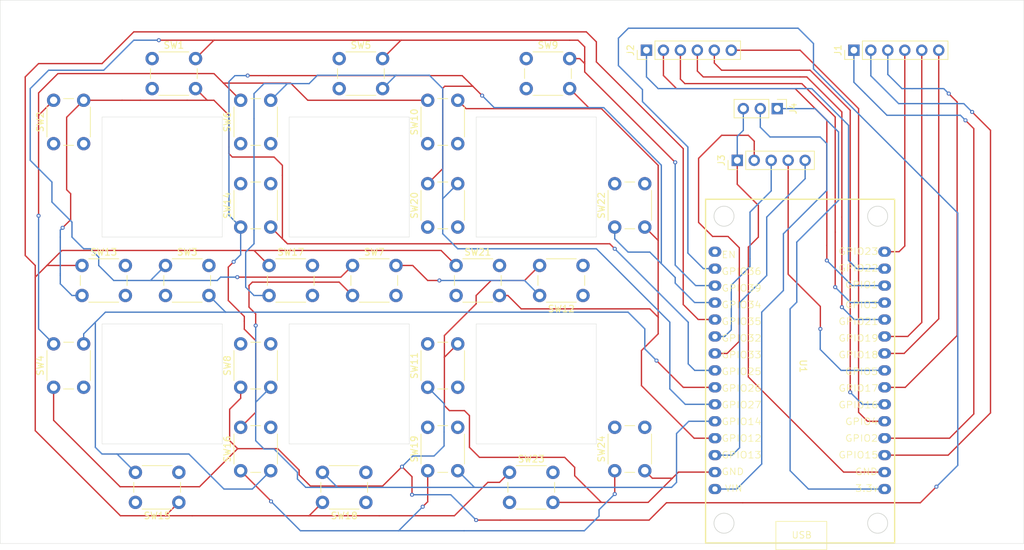
<source format=kicad_pcb>
(kicad_pcb (version 20241229) (generator "pcbnew") (generator_version "9.0")
  (layers (0 "F.Cu" signal) (2 "B.Cu" signal) (13 "F.Paste" user) (15 "B.Paste" user) (5 "F.SilkS" user "F.Silkscreen") (7 "B.SilkS" user "B.Silkscreen") (1 "F.Mask" user) (3 "B.Mask" user) (25 "Edge.Cuts" user))
  (net 0 "")
  (net 1 "Net-(J1-Pin_4)")
  (net 2 "Net-(J1-Pin_1)")
  (net 3 "Net-(J1-Pin_2)")
  (net 4 "Net-(J1-Pin_6)")
  (net 5 "Net-(J1-Pin_3)")
  (net 6 "Net-(J1-Pin_5)")
  (net 7 "Net-(J2-Pin_3)")
  (net 8 "Net-(J2-Pin_2)")
  (net 9 "Net-(J2-Pin_6)")
  (net 10 "Net-(J2-Pin_1)")
  (net 11 "Net-(J2-Pin_5)")
  (net 12 "Net-(J2-Pin_4)")
  (net 13 "Net-(J3-Pin_3)")
  (net 14 "Net-(J3-Pin_4)")
  (net 15 "GND")
  (net 16 "Net-(J3-Pin_5)")
  (net 17 "Net-(J3-Pin_2)")
  (net 18 "+3V3")
  (net 19 "+5V")
  (net 20 "Net-(U1-GPIO39)")
  (net 21 "Net-(U1-GPIO25)")
  (net 22 "Net-(U1-GPIO36)")
  (net 23 "Net-(U1-GPIO26)")
  (net 24 "Net-(U1-GPIO27)")
  (net 25 "Net-(U1-GPIO14)")
  (net 26 "Net-(U1-GPIO12)")
  (net 27 "Net-(U1-GPIO34)")
  (net 28 "Net-(U1-GPIO35)")
  (footprint "Button_Switch_THT:SW_PUSH_6mm" (layer "F.Cu") (at 108.75 74 90)
    (property "Reference" "SW10")
    (property "Value" "SW_Push")
  )
  (footprint "Button_Switch_THT:SW_PUSH_6mm" (layer "F.Cu") (at 57 92.25)
    (property "Reference" "SW13")
    (property "Value" "SW_Push")
  )
  (footprint "Button_Switch_THT:SW_PUSH_6mm" (layer "F.Cu") (at 108.75 86.5 90)
    (property "Reference" "SW20")
    (property "Value" "SW_Push")
  )
  (footprint "Button_Switch_THT:SW_PUSH_6mm" (layer "F.Cu") (at 69.5 92.25)
    (property "Reference" "SW3")
    (property "Value" "SW_Push")
  )
  (footprint "Connector_PinHeader_2.54mm:PinHeader_1x03_P2.54mm_Vertical" (layer "F.Cu") (at 161.08 68.75 -90)
    (property "Reference" "J4")
    (property "Value" "Conn_01x03")
  )
  (footprint "Button_Switch_THT:SW_PUSH_6mm" (layer "F.Cu") (at 136.75 86.5 90)
    (property "Reference" "SW22")
    (property "Value" "SW_Push")
  )
  (footprint "Button_Switch_THT:SW_PUSH_6mm" (layer "F.Cu") (at 121 123.25)
    (property "Reference" "SW23")
    (property "Value" "SW_Push")
  )
  (footprint "Button_Switch_THT:SW_PUSH_6mm" (layer "F.Cu") (at 80.75 123 90)
    (property "Reference" "SW16")
    (property "Value" "SW_Push")
  )
  (footprint "Connector_PinHeader_2.54mm:PinHeader_1x06_P2.54mm_Vertical" (layer "F.Cu") (at 172.55 60 90)
    (property "Reference" "J1")
    (property "Value" "Conn_01x06")
  )
  (footprint "Button_Switch_THT:SW_PUSH_6mm" (layer "F.Cu") (at 132 96.75 180)
    (property "Reference" "SW12")
    (property "Value" "SW_Push")
  )
  (footprint "ESP32_DevkitV1:ESP32_30pin" (layer "F.Cu") (at 163.67754 108.730187)
    (property "Reference" "U1")
    (property "Value" "~")
    (fp_circle (center -10.57 -23.86) (end -10.57 -22.36) (stroke (width 0.1)) (fill no) (layer "Edge.Cuts"))
    (fp_circle (center -10.57 22.14) (end -10.57 23.64) (stroke (width 0.1)) (fill no) (layer "Edge.Cuts"))
    (fp_circle (center 12.43 -23.86) (end 12.43 -22.36) (stroke (width 0.1)) (fill no) (layer "Edge.Cuts"))
    (fp_circle (center 12.43 22.14) (end 12.43 23.64) (stroke (width 0.1)) (fill no) (layer "Edge.Cuts"))
  )
  (footprint "Button_Switch_THT:SW_PUSH_6mm" (layer "F.Cu") (at 113 92.25)
    (property "Reference" "SW21")
    (property "Value" "SW_Push")
  )
  (footprint "Button_Switch_THT:SW_PUSH_6mm" (layer "F.Cu") (at 108.75 123 90)
    (property "Reference" "SW19")
    (property "Value" "SW_Push")
  )
  (footprint "Button_Switch_THT:SW_PUSH_6mm" (layer "F.Cu") (at 99.5 127.75 180)
    (property "Reference" "SW18")
    (property "Value" "SW_Push")
  )
  (footprint "Button_Switch_THT:SW_PUSH_6mm" (layer "F.Cu") (at 67.5 61.25)
    (property "Reference" "SW1")
    (property "Value" "SW_Push")
  )
  (footprint "Button_Switch_THT:SW_PUSH_6mm" (layer "F.Cu") (at 136.75 123 90)
    (property "Reference" "SW24")
    (property "Value" "SW_Push")
  )
  (footprint "Button_Switch_THT:SW_PUSH_6mm" (layer "F.Cu") (at 97.5 92.25)
    (property "Reference" "SW7")
    (property "Value" "SW_Push")
  )
  (footprint "Connector_PinHeader_2.54mm:PinHeader_1x05_P2.54mm_Vertical" (layer "F.Cu") (at 155.09 76.5 90)
    (property "Reference" "J3")
    (property "Value" "Conn_01x05")
  )
  (footprint "Connector_PinHeader_2.54mm:PinHeader_1x06_P2.54mm_Vertical" (layer "F.Cu") (at 141.5 60 90)
    (property "Reference" "J2")
    (property "Value" "Conn_01x06")
  )
  (footprint "Button_Switch_THT:SW_PUSH_6mm" (layer "F.Cu") (at 80.75 74 90)
    (property "Reference" "SW6")
    (property "Value" "SW_Push")
  )
  (footprint "Button_Switch_THT:SW_PUSH_6mm" (layer "F.Cu") (at 85 92.25)
    (property "Reference" "SW17")
    (property "Value" "SW_Push")
  )
  (footprint "Button_Switch_THT:SW_PUSH_6mm" (layer "F.Cu") (at 123.5 61.25)
    (property "Reference" "SW9")
    (property "Value" "SW_Push")
  )
  (footprint "Button_Switch_THT:SW_PUSH_6mm" (layer "F.Cu") (at 52.75 110.5 90)
    (property "Reference" "SW4")
    (property "Value" "SW_Push")
  )
  (footprint "Button_Switch_THT:SW_PUSH_6mm" (layer "F.Cu") (at 80.75 110.5 90)
    (property "Reference" "SW8")
    (property "Value" "SW_Push")
  )
  (footprint "Button_Switch_THT:SW_PUSH_6mm" (layer "F.Cu") (at 52.75 74 90)
    (property "Reference" "SW2")
    (property "Value" "SW_Push")
  )
  (footprint "Button_Switch_THT:SW_PUSH_6mm" (layer "F.Cu") (at 108.75 110.5 90)
    (property "Reference" "SW11")
    (property "Value" "SW_Push")
  )
  (footprint "Button_Switch_THT:SW_PUSH_6mm" (layer "F.Cu") (at 95.5 61.25)
    (property "Reference" "SW5")
    (property "Value" "SW_Push")
  )
  (footprint "Button_Switch_THT:SW_PUSH_6mm" (layer "F.Cu") (at 80.75 86.5 90)
    (property "Reference" "SW14")
    (property "Value" "SW_Push")
  )
  (footprint "Button_Switch_THT:SW_PUSH_6mm" (layer "F.Cu") (at 71.5 127.75 180)
    (property "Reference" "SW15")
    (property "Value" "SW_Push")
  )
  (gr_rect (start 60 101) (end 78 119) (stroke (width 0.05)) (fill no) (layer "Edge.Cuts"))
  (gr_rect (start 88 70) (end 106 88) (stroke (width 0.05)) (fill no) (layer "Edge.Cuts"))
  (gr_rect (start 60 70) (end 78 88) (stroke (width 0.05)) (fill no) (layer "Edge.Cuts"))
  (gr_rect (start 116 101) (end 134 119) (stroke (width 0.05)) (fill no) (layer "Edge.Cuts"))
  (gr_rect (start 116 70) (end 134 88) (stroke (width 0.05)) (fill no) (layer "Edge.Cuts"))
  (gr_rect (start 44.75 52.5) (end 198 133.91) (stroke (width 0.05)) (fill no) (layer "Edge.Cuts"))
  (gr_rect (start 88 101) (end 106 119) (stroke (width 0.05)) (fill no) (layer "Edge.Cuts"))
  (gr_text "GPIO36" (at 152.67754 93.730187 0) (layer "F.SilkS") (effects (font (size 1 1.1) (thickness 0.1)) (justify left bottom)))
  (segment (start 180.17 60) (end 180.17 89.33) (width 0.2) (layer "F.Cu") (net 1))
  (segment (start 179.31 90.19) (end 177.15 90.19) (width 0.2) (layer "F.Cu") (net 1))
  (segment (start 180.17 89.33) (end 179.31 90.19) (width 0.2) (layer "F.Cu") (net 1))
  (segment (start 186.87 118.13) (end 177.15 118.13) (width 0.2) (layer "F.Cu") (net 2))
  (segment (start 190.5 71.75) (end 190.5 114.5) (width 0.2) (layer "F.Cu") (net 2))
  (segment (start 190.5 114.5) (end 186.87 118.13) (width 0.2) (layer "F.Cu") (net 2))
  (segment (start 189.25 70.5) (end 190.5 71.75) (width 0.2) (layer "F.Cu") (net 2))
  (via (at 189.25 70.5) (size 0.6) (drill 0.3) (layers "F.Cu" "B.Cu") (net 2))
  (segment (start 177.5 69.75) (end 183.5 69.75) (width 0.2) (layer "B.Cu") (net 2))
  (segment (start 172.55 64.8) (end 174.25 66.5) (width 0.2) (layer "B.Cu") (net 2))
  (segment (start 174.25 66.5) (end 177.5 69.75) (width 0.2) (layer "B.Cu") (net 2))
  (segment (start 183.5 69.75) (end 188.5 69.75) (width 0.2) (layer "B.Cu") (net 2))
  (segment (start 188.5 69.75) (end 189.25 70.5) (width 0.2) (layer "B.Cu") (net 2))
  (segment (start 172.55 60) (end 172.55 64.8) (width 0.2) (layer "B.Cu") (net 2))
  (segment (start 186.67 120.67) (end 193 114.34) (width 0.2) (layer "F.Cu") (net 3))
  (segment (start 190.25 69.25) (end 193 72) (width 0.2) (layer "F.Cu") (net 3))
  (segment (start 186.67 120.67) (end 177.15 120.67) (width 0.2) (layer "F.Cu") (net 3))
  (segment (start 193 72) (end 193 114.34) (width 0.2) (layer "F.Cu") (net 3))
  (via (at 190.25 69.25) (size 0.6) (drill 0.3) (layers "F.Cu" "B.Cu") (net 3))
  (segment (start 184.25 68) (end 189 68) (width 0.2) (layer "B.Cu") (net 3))
  (segment (start 175.09 63.84) (end 175.75 64.5) (width 0.2) (layer "B.Cu") (net 3))
  (segment (start 179.25 68) (end 184.25 68) (width 0.2) (layer "B.Cu") (net 3))
  (segment (start 175.75 64.5) (end 179.25 68) (width 0.2) (layer "B.Cu") (net 3))
  (segment (start 189 68) (end 190.25 69.25) (width 0.2) (layer "B.Cu") (net 3))
  (segment (start 175.09 60) (end 175.09 63.84) (width 0.2) (layer "B.Cu") (net 3))
  (segment (start 185.25 100.25) (end 180.07 105.43) (width 0.2) (layer "F.Cu") (net 4))
  (segment (start 180.07 105.43) (end 177.15 105.43) (width 0.2) (layer "F.Cu") (net 4))
  (segment (start 185.25 60) (end 185.25 100.25) (width 0.2) (layer "F.Cu") (net 4))
  (segment (start 186.75 66.5) (end 188 67.75) (width 0.2) (layer "F.Cu") (net 5))
  (segment (start 188 67.75) (end 188 102.75) (width 0.2) (layer "F.Cu") (net 5))
  (segment (start 180.24 110.51) (end 177.15 110.51) (width 0.2) (layer "F.Cu") (net 5))
  (segment (start 188 102.75) (end 180.24 110.51) (width 0.2) (layer "F.Cu") (net 5))
  (via (at 186.75 66.5) (size 0.6) (drill 0.3) (layers "F.Cu" "B.Cu") (net 5))
  (segment (start 183 65.75) (end 186 65.75) (width 0.2) (layer "B.Cu") (net 5))
  (segment (start 177.63 60) (end 177.63 63.63) (width 0.2) (layer "B.Cu") (net 5))
  (segment (start 177.75 63.75) (end 179.75 65.75) (width 0.2) (layer "B.Cu") (net 5))
  (segment (start 179.75 65.75) (end 181.25 65.75) (width 0.2) (layer "B.Cu") (net 5))
  (segment (start 177.63 63.63) (end 177.75 63.75) (width 0.2) (layer "B.Cu") (net 5))
  (segment (start 181.25 65.75) (end 183 65.75) (width 0.2) (layer "B.Cu") (net 5))
  (segment (start 186 65.75) (end 186.75 66.5) (width 0.2) (layer "B.Cu") (net 5))
  (segment (start 182.71 60) (end 182.71 100.79) (width 0.2) (layer "F.Cu") (net 6))
  (segment (start 180.61 102.89) (end 182.71 100.79) (width 0.2) (layer "F.Cu") (net 6))
  (segment (start 177.15 102.89) (end 180.61 102.89) (width 0.2) (layer "F.Cu") (net 6))
  (segment (start 147.25 65) (end 163.25 65) (width 0.2) (layer "F.Cu") (net 7))
  (segment (start 169.75 70) (end 169.75 87.25) (width 0.2) (layer "F.Cu") (net 7))
  (segment (start 169.75 87.25) (end 169.75 95.5) (width 0.2) (layer "F.Cu") (net 7))
  (segment (start 146.58 60) (end 146.58 64.33) (width 0.2) (layer "F.Cu") (net 7))
  (segment (start 164.75 65) (end 169.75 70) (width 0.2) (layer "F.Cu") (net 7))
  (segment (start 146.58 64.33) (end 147.25 65) (width 0.2) (layer "F.Cu") (net 7))
  (segment (start 163.25 65) (end 164.75 65) (width 0.2) (layer "F.Cu") (net 7))
  (via (at 169.75 95.5) (size 0.6) (drill 0.3) (layers "F.Cu" "B.Cu") (net 7))
  (segment (start 172.06 97.81) (end 177.15 97.81) (width 0.2) (layer "B.Cu") (net 7))
  (segment (start 169.75 95.5) (end 172.06 97.81) (width 0.2) (layer "B.Cu") (net 7))
  (segment (start 144.04 63.79) (end 144.25 64) (width 0.2) (layer "F.Cu") (net 8))
  (segment (start 163.75 65.75) (end 168.5 70.5) (width 0.2) (layer "F.Cu") (net 8))
  (segment (start 144.25 64) (end 146 65.75) (width 0.2) (layer "F.Cu") (net 8))
  (segment (start 144.04 60) (end 144.04 63.79) (width 0.2) (layer "F.Cu") (net 8))
  (segment (start 168.5 70.5) (end 168.5 74.25) (width 0.2) (layer "F.Cu") (net 8))
  (segment (start 168.5 74.25) (end 168.5 89.25) (width 0.2) (layer "F.Cu") (net 8))
  (segment (start 146 65.75) (end 163.75 65.75) (width 0.2) (layer "F.Cu") (net 8))
  (segment (start 168.5 89.25) (end 168.5 91.5) (width 0.2) (layer "F.Cu") (net 8))
  (via (at 168.5 91.5) (size 0.6) (drill 0.3) (layers "F.Cu" "B.Cu") (net 8))
  (segment (start 168.5 91.5) (end 172.27 95.27) (width 0.2) (layer "B.Cu") (net 8))
  (segment (start 172.27 95.27) (end 177.15 95.27) (width 0.2) (layer "B.Cu") (net 8))
  (segment (start 164.5 60) (end 173.25 68.75) (width 0.2) (layer "F.Cu") (net 9))
  (segment (start 154.2 60) (end 164.5 60) (width 0.2) (layer "F.Cu") (net 9))
  (segment (start 173.25 114.25) (end 174.59 115.59) (width 0.2) (layer "F.Cu") (net 9))
  (segment (start 173.25 68.75) (end 173.25 114.25) (width 0.2) (layer "F.Cu") (net 9))
  (segment (start 174.59 115.59) (end 177.15 115.59) (width 0.2) (layer "F.Cu") (net 9))
  (segment (start 177.15 92.73) (end 172.98 92.73) (width 0.2) (layer "B.Cu") (net 10))
  (segment (start 141.5 64) (end 141.5 60) (width 0.2) (layer "B.Cu") (net 10))
  (segment (start 172.98 92.73) (end 171.75 91.5) (width 0.2) (layer "B.Cu") (net 10))
  (segment (start 143.25 65.75) (end 141.5 64) (width 0.2) (layer "B.Cu") (net 10))
  (segment (start 171.75 71.25) (end 166.25 65.75) (width 0.2) (layer "B.Cu") (net 10))
  (segment (start 166.25 65.75) (end 143.25 65.75) (width 0.2) (layer "B.Cu") (net 10))
  (segment (start 171.75 91.5) (end 171.75 71.25) (width 0.2) (layer "B.Cu") (net 10))
  (segment (start 172 69) (end 172 111.25) (width 0.2) (layer "F.Cu") (net 11))
  (segment (start 152.75 63) (end 166 63) (width 0.2) (layer "F.Cu") (net 11))
  (segment (start 151.66 60) (end 151.66 61.91) (width 0.2) (layer "F.Cu") (net 11))
  (segment (start 151.66 61.91) (end 152.75 63) (width 0.2) (layer "F.Cu") (net 11))
  (segment (start 166 63) (end 172 69) (width 0.2) (layer "F.Cu") (net 11))
  (via (at 172 111.25) (size 0.6) (drill 0.3) (layers "F.Cu" "B.Cu") (net 11))
  (segment (start 173.8 113.05) (end 177.15 113.05) (width 0.2) (layer "B.Cu") (net 11))
  (segment (start 172 111.25) (end 173.8 113.05) (width 0.2) (layer "B.Cu") (net 11))
  (segment (start 149.12 60) (end 149.12 63.12) (width 0.2) (layer "F.Cu") (net 12))
  (segment (start 170.75 85) (end 170.75 98.5) (width 0.2) (layer "F.Cu") (net 12))
  (segment (start 150 64) (end 164.5 64) (width 0.2) (layer "F.Cu") (net 12))
  (segment (start 170.75 69.25) (end 170.75 85) (width 0.2) (layer "F.Cu") (net 12))
  (segment (start 165.5 64) (end 170.75 69.25) (width 0.2) (layer "F.Cu") (net 12))
  (segment (start 149.75 63.75) (end 150 64) (width 0.2) (layer "F.Cu") (net 12))
  (segment (start 164.5 64) (end 165.5 64) (width 0.2) (layer "F.Cu") (net 12))
  (segment (start 149.12 63.12) (end 149.75 63.75) (width 0.2) (layer "F.Cu") (net 12))
  (via (at 170.75 98.5) (size 0.6) (drill 0.3) (layers "F.Cu" "B.Cu") (net 12))
  (segment (start 177.15 100.35) (end 172.6 100.35) (width 0.2) (layer "B.Cu") (net 12))
  (segment (start 172.6 100.35) (end 170.75 98.5) (width 0.2) (layer "B.Cu") (net 12))
  (segment (start 160.17 76.5) (end 160.17 81.08) (width 0.2) (layer "B.Cu") (net 13))
  (segment (start 153.21 102.89) (end 154.2 101.9) (width 0.2) (layer "B.Cu") (net 13))
  (segment (start 154.2 101.9) (end 154.2 95.2) (width 0.2) (layer "B.Cu") (net 13))
  (segment (start 154.2 95.2) (end 157 92.4) (width 0.2) (layer "B.Cu") (net 13))
  (segment (start 157 84.25) (end 157 91.25) (width 0.2) (layer "B.Cu") (net 13))
  (segment (start 160.17 81.08) (end 157 84.25) (width 0.2) (layer "B.Cu") (net 13))
  (segment (start 157 92.4) (end 157 91.25) (width 0.2) (layer "B.Cu") (net 13))
  (segment (start 151.75 102.89) (end 153.21 102.89) (width 0.2) (layer "B.Cu") (net 13))
  (segment (start 167.53 98.39) (end 162.71 93.57) (width 0.2) (layer "F.Cu") (net 14))
  (segment (start 167.53 101.76) (end 167.53 98.39) (width 0.2) (layer "F.Cu") (net 14))
  (segment (start 162.71 93.57) (end 162.71 76.5) (width 0.2) (layer "F.Cu") (net 14))
  (via (at 167.53 101.76) (size 0.6) (drill 0.3) (layers "F.Cu" "B.Cu") (net 14))
  (segment (start 167.51 101.78) (end 167.53 101.76) (width 0.2) (layer "B.Cu") (net 14))
  (segment (start 167.51 104.67) (end 167.51 101.78) (width 0.2) (layer "B.Cu") (net 14))
  (segment (start 169.22 106.55) (end 167.51 104.84) (width 0.2) (layer "B.Cu") (net 14))
  (segment (start 177.15 107.97) (end 170.64 107.97) (width 0.2) (layer "B.Cu") (net 14))
  (segment (start 167.51 104.84) (end 167.51 104.67) (width 0.2) (layer "B.Cu") (net 14))
  (segment (start 170.64 107.97) (end 169.22 106.55) (width 0.2) (layer "B.Cu") (net 14))
  (segment (start 156.75 108.95) (end 171.01 123.21) (width 0.2) (layer "F.Cu") (net 15))
  (segment (start 111.25 102.75) (end 111.25 106) (width 0.2) (layer "F.Cu") (net 15))
  (segment (start 145.375 124.125) (end 146.29 123.21) (width 0.2) (layer "F.Cu") (net 15))
  (segment (start 113.25 104) (end 111.25 106) (width 0.2) (layer "F.Cu") (net 15))
  (segment (start 111.25 113.25) (end 112 114) (width 0.2) (layer "F.Cu") (net 15))
  (segment (start 145.375 124.125) (end 142.375 124.125) (width 0.2) (layer "F.Cu") (net 15))
  (segment (start 129.25 121) (end 130.75 122.5) (width 0.2) (layer "F.Cu") (net 15))
  (segment (start 114.25 114) (end 115 114.75) (width 0.2) (layer "F.Cu") (net 15))
  (segment (start 134.75 127.75) (end 127.5 127.75) (width 0.2) (layer "F.Cu") (net 15))
  (segment (start 116 98) (end 111.25 102.75) (width 0.2) (layer "F.Cu") (net 15))
  (segment (start 111.25 106) (end 111.25 113.25) (width 0.2) (layer "F.Cu") (net 15))
  (segment (start 134.75 127.75) (end 141.75 127.75) (width 0.2) (layer "F.Cu") (net 15))
  (segment (start 155.09 76.5) (end 155.09 80.09) (width 0.2) (layer "F.Cu") (net 15))
  (segment (start 115 119.5) (end 116.5 121) (width 0.2) (layer "F.Cu") (net 15))
  (segment (start 171.01 123.21) (end 177.15 123.21) (width 0.2) (layer "F.Cu") (net 15))
  (segment (start 146.29 123.21) (end 151.75 123.21) (width 0.2) (layer "F.Cu") (net 15))
  (segment (start 155.09 80.09) (end 158.25 83.25) (width 0.2) (layer "F.Cu") (net 15))
  (segment (start 156.75 89.5) (end 156.75 108.95) (width 0.2) (layer "F.Cu") (net 15))
  (segment (start 130.75 123.75) (end 134.75 127.75) (width 0.2) (layer "F.Cu") (net 15))
  (segment (start 116.5 121) (end 129.25 121) (width 0.2) (layer "F.Cu") (net 15))
  (segment (start 130.75 122.5) (end 130.75 123.75) (width 0.2) (layer "F.Cu") (net 15))
  (segment (start 123.25 94.5) (end 118.25 94.5) (width 0.2) (layer "F.Cu") (net 15))
  (segment (start 158.25 88) (end 156.75 89.5) (width 0.2) (layer "F.Cu") (net 15))
  (segment (start 158.25 83.25) (end 158.25 88) (width 0.2) (layer "F.Cu") (net 15))
  (segment (start 118.25 94.5) (end 116 96.75) (width 0.2) (layer "F.Cu") (net 15))
  (segment (start 142.375 124.125) (end 141.25 123) (width 0.2) (layer "F.Cu") (net 15))
  (segment (start 125.5 92.25) (end 123.25 94.5) (width 0.2) (layer "F.Cu") (net 15))
  (segment (start 112 114) (end 114.25 114) (width 0.2) (layer "F.Cu") (net 15))
  (segment (start 115 114.75) (end 115 119.5) (width 0.2) (layer "F.Cu") (net 15))
  (segment (start 116 96.75) (end 116 98) (width 0.2) (layer "F.Cu") (net 15))
  (segment (start 141.75 127.75) (end 145.375 124.125) (width 0.2) (layer "F.Cu") (net 15))
  (segment (start 155.09 76.5) (end 155.09 72.91) (width 0.2) (layer "B.Cu") (net 15))
  (segment (start 156 72) (end 156 68.75) (width 0.2) (layer "B.Cu") (net 15))
  (segment (start 155.09 72.91) (end 156 72) (width 0.2) (layer "B.Cu") (net 15))
  (segment (start 159.5 85) (end 159.5 93.75) (width 0.2) (layer "B.Cu") (net 16))
  (segment (start 155.44 119.56) (end 154.33 120.67) (width 0.2) (layer "B.Cu") (net 16))
  (segment (start 155.44 97.81) (end 155.44 119.56) (width 0.2) (layer "B.Cu") (net 16))
  (segment (start 165.25 76.5) (end 165.25 79.25) (width 0.2) (layer "B.Cu") (net 16))
  (segment (start 159.5 93.75) (end 155.44 97.81) (width 0.2) (layer "B.Cu") (net 16))
  (segment (start 154.33 120.67) (end 151.75 120.67) (width 0.2) (layer "B.Cu") (net 16))
  (segment (start 165.25 79.25) (end 159.5 85) (width 0.2) (layer "B.Cu") (net 16))
  (segment (start 149.3 85.8) (end 151.4 87.9) (width 0.2) (layer "F.Cu") (net 17))
  (segment (start 157.63 73.63) (end 156.75 72.75) (width 0.2) (layer "F.Cu") (net 17))
  (segment (start 152.75 72.75) (end 149.3 76.2) (width 0.2) (layer "F.Cu") (net 17))
  (segment (start 155.4 103.6) (end 153.57 105.43) (width 0.2) (layer "F.Cu") (net 17))
  (segment (start 149.3 76.2) (end 149.3 85.8) (width 0.2) (layer "F.Cu") (net 17))
  (segment (start 153.7 87.9) (end 155.4 89.6) (width 0.2) (layer "F.Cu") (net 17))
  (segment (start 157.63 76.5) (end 157.63 73.63) (width 0.2) (layer "F.Cu") (net 17))
  (segment (start 153.57 105.43) (end 151.75 105.43) (width 0.2) (layer "F.Cu") (net 17))
  (segment (start 151.4 87.9) (end 153.7 87.9) (width 0.2) (layer "F.Cu") (net 17))
  (segment (start 155.4 89.6) (end 155.4 103.6) (width 0.2) (layer "F.Cu") (net 17))
  (segment (start 156.75 72.75) (end 152.75 72.75) (width 0.2) (layer "F.Cu") (net 17))
  (segment (start 166.75 68.75) (end 161.08 68.75) (width 0.2) (layer "B.Cu") (net 18))
  (segment (start 170.25 72.25) (end 166.75 68.75) (width 0.2) (layer "B.Cu") (net 18))
  (segment (start 163 123) (end 163 98.75) (width 0.2) (layer "B.Cu") (net 18))
  (segment (start 170.25 82.5) (end 170.25 72.25) (width 0.2) (layer "B.Cu") (net 18))
  (segment (start 164 88.75) (end 170.25 82.5) (width 0.2) (layer "B.Cu") (net 18))
  (segment (start 163 98.75) (end 164 97.75) (width 0.2) (layer "B.Cu") (net 18))
  (segment (start 165.75 125.75) (end 163 123) (width 0.2) (layer "B.Cu") (net 18))
  (segment (start 177.15 125.75) (end 165.75 125.75) (width 0.2) (layer "B.Cu") (net 18))
  (segment (start 164 97.75) (end 164 88.75) (width 0.2) (layer "B.Cu") (net 18))
  (segment (start 168.5 74) (end 167.5 73) (width 0.2) (layer "B.Cu") (net 19))
  (segment (start 167.5 73) (end 160 73) (width 0.2) (layer "B.Cu") (net 19))
  (segment (start 160 73) (end 158.54 71.54) (width 0.2) (layer "B.Cu") (net 19))
  (segment (start 158.75 99.25) (end 162 96) (width 0.2) (layer "B.Cu") (net 19))
  (segment (start 162 96) (end 162 87.5) (width 0.2) (layer "B.Cu") (net 19))
  (segment (start 158.54 71.54) (end 158.54 68.75) (width 0.2) (layer "B.Cu") (net 19))
  (segment (start 162 87.5) (end 168.5 81) (width 0.2) (layer "B.Cu") (net 19))
  (segment (start 155 125.75) (end 151.75 125.75) (width 0.2) (layer "B.Cu") (net 19))
  (segment (start 155 125.75) (end 158.75 122) (width 0.2) (layer "B.Cu") (net 19))
  (segment (start 158.75 122) (end 158.75 99.25) (width 0.2) (layer "B.Cu") (net 19))
  (segment (start 168.5 81) (end 168.5 74) (width 0.2) (layer "B.Cu") (net 19))
  (segment (start 74 61.25) (end 76.75 58.5) (width 0.2) (layer "F.Cu") (net 20))
  (segment (start 131.5 61.25) (end 132.25 62) (width 0.2) (layer "F.Cu") (net 20))
  (segment (start 108.75 94.5) (end 106.5 92.25) (width 0.2) (layer "F.Cu") (net 20))
  (segment (start 97.5 92.25) (end 95.75 94) (width 0.2) (layer "F.Cu") (net 20))
  (segment (start 104.75 58.5) (end 130 58.5) (width 0.2) (layer "F.Cu") (net 20))
  (segment (start 132.25 59.5) (end 132.25 61.75) (width 0.2) (layer "F.Cu") (net 20))
  (segment (start 102 61.25) (end 104.75 58.5) (width 0.2) (layer "F.Cu") (net 20))
  (segment (start 132.25 61.75) (end 132.25 62) (width 0.2) (layer "F.Cu") (net 20))
  (segment (start 130 61.25) (end 131.5 61.25) (width 0.2) (layer "F.Cu") (net 20))
  (segment (start 132.25 63.25) (end 145.75 76.75) (width 0.2) (layer "F.Cu") (net 20))
  (segment (start 130 58.5) (end 131.25 58.5) (width 0.2) (layer "F.Cu") (net 20))
  (segment (start 76.75 58.5) (end 104.75 58.5) (width 0.2) (layer "F.Cu") (net 20))
  (segment (start 95.75 94) (end 80.25 94) (width 0.2) (layer "F.Cu") (net 20))
  (segment (start 76.75 58.5) (end 68.5 58.5) (width 0.2) (layer "F.Cu") (net 20))
  (segment (start 132.25 62) (end 132.25 63.25) (width 0.2) (layer "F.Cu") (net 20))
  (segment (start 145.75 76.75) (end 145.8 76.8) (width 0.2) (layer "F.Cu") (net 20))
  (segment (start 106.5 92.25) (end 104 92.25) (width 0.2) (layer "F.Cu") (net 20))
  (segment (start 131.25 58.5) (end 132.25 59.5) (width 0.2) (layer "F.Cu") (net 20))
  (segment (start 110.5 94.5) (end 108.75 94.5) (width 0.2) (layer "F.Cu") (net 20))
  (via (at 110.5 94.5) (size 0.6) (drill 0.3) (layers "F.Cu" "B.Cu") (net 20))
  (via (at 145.8 76.8) (size 0.6) (drill 0.3) (layers "F.Cu" "B.Cu") (net 20))
  (via (at 80.25 94) (size 0.6) (drill 0.3) (layers "F.Cu" "B.Cu") (net 20))
  (via (at 68.5 58.5) (size 0.6) (drill 0.3) (layers "F.Cu" "B.Cu") (net 20))
  (segment (start 145.8 76.8) (end 145.8 92.2) (width 0.2) (layer "B.Cu") (net 20))
  (segment (start 55.5 85.75) (end 55.5 88) (width 0.2) (layer "B.Cu") (net 20))
  (segment (start 49.25 65.75) (end 49.25 76.5) (width 0.2) (layer "B.Cu") (net 20))
  (segment (start 123.5 94.75) (end 123.25 94.5) (width 0.2) (layer "B.Cu") (net 20))
  (segment (start 61.75 94.5) (end 67.25 94.5) (width 0.2) (layer "B.Cu") (net 20))
  (segment (start 145.8 92.2) (end 148.87 95.27) (width 0.2) (layer "B.Cu") (net 20))
  (segment (start 64.75 58.5) (end 60.25 63) (width 0.2) (layer "B.Cu") (net 20))
  (segment (start 58.25 89.75) (end 59.5 91) (width 0.2) (layer "B.Cu") (net 20))
  (segment (start 59.5 92.25) (end 61.75 94.5) (width 0.2) (layer "B.Cu") (net 20))
  (segment (start 59.5 91) (end 59.5 92.25) (width 0.2) (layer "B.Cu") (net 20))
  (segment (start 64.75 58.5) (end 68.5 58.5) (width 0.2) (layer "B.Cu") (net 20))
  (segment (start 52.5 79.75) (end 52.5 82.75) (width 0.2) (layer "B.Cu") (net 20))
  (segment (start 67.25 94.5) (end 77.25 94.5) (width 0.2) (layer "B.Cu") (net 20))
  (segment (start 57.25 89.75) (end 58.25 89.75) (width 0.2) (layer "B.Cu") (net 20))
  (segment (start 52 63) (end 49.25 65.75) (width 0.2) (layer "B.Cu") (net 20))
  (segment (start 67.25 94.5) (end 69.5 92.25) (width 0.2) (layer "B.Cu") (net 20))
  (segment (start 148.87 95.27) (end 151.75 95.27) (width 0.2) (layer "B.Cu") (net 20))
  (segment (start 125.5 96.75) (end 123.5 94.75) (width 0.2) (layer "B.Cu") (net 20))
  (segment (start 49.25 76.5) (end 52.5 79.75) (width 0.2) (layer "B.Cu") (net 20))
  (segment (start 52.5 82.75) (end 55.5 85.75) (width 0.2) (layer "B.Cu") (net 20))
  (segment (start 123.25 94.5) (end 110.5 94.5) (width 0.2) (layer "B.Cu") (net 20))
  (segment (start 80.25 94) (end 77.75 94) (width 0.2) (layer "B.Cu") (net 20))
  (segment (start 60.25 63) (end 52 63) (width 0.2) (layer "B.Cu") (net 20))
  (segment (start 77.75 94) (end 77.25 94.5) (width 0.2) (layer "B.Cu") (net 20))
  (segment (start 55.5 88) (end 57.25 89.75) (width 0.2) (layer "B.Cu") (net 20))
  (segment (start 79 75.5) (end 79.5 76) (width 0.2) (layer "F.Cu") (net 21))
  (segment (start 78.25 69) (end 79 69.75) (width 0.2) (layer "F.Cu") (net 21))
  (segment (start 87 78.75) (end 87 87.75) (width 0.2) (layer "F.Cu") (net 21))
  (segment (start 75.75 67.5) (end 76.75 67.5) (width 0.2) (layer "F.Cu") (net 21))
  (segment (start 54.1 86.6) (end 55.3 85.4) (width 0.2) (layer "F.Cu") (net 21))
  (segment (start 57.25 67.5) (end 63 67.5) (width 0.2) (layer "F.Cu") (net 21))
  (segment (start 87.375 88.625) (end 87.75 89) (width 0.2) (layer "F.Cu") (net 21))
  (segment (start 65.75 67.5) (end 72.75 67.5) (width 0.2) (layer "F.Cu") (net 21))
  (segment (start 85.75 76) (end 86.75 77) (width 0.2) (layer "F.Cu") (net 21))
  (segment (start 136 89) (end 136.75 89.75) (width 0.2) (layer "F.Cu") (net 21))
  (segment (start 72.75 67.5) (end 75.75 67.5) (width 0.2) (layer "F.Cu") (net 21))
  (segment (start 63 67.5) (end 65.75 67.5) (width 0.2) (layer "F.Cu") (net 21))
  (segment (start 87.5 88.75) (end 87.375 88.625) (width 0.2) (layer "F.Cu") (net 21))
  (segment (start 79 69.75) (end 79 74.5) (width 0.2) (layer "F.Cu") (net 21))
  (segment (start 87 87.75) (end 87 88.25) (width 0.2) (layer "F.Cu") (net 21))
  (segment (start 87.75 89) (end 112.75 89) (width 0.2) (layer "F.Cu") (net 21))
  (segment (start 112.75 89) (end 136 89) (width 0.2) (layer "F.Cu") (net 21))
  (segment (start 74 65.75) (end 75.75 67.5) (width 0.2) (layer "F.Cu") (net 21))
  (segment (start 79.5 76) (end 85.75 76) (width 0.2) (layer "F.Cu") (net 21))
  (segment (start 86.75 77) (end 87 77.25) (width 0.2) (layer "F.Cu") (net 21))
  (segment (start 87 77.25) (end 87 78.75) (width 0.2) (layer "F.Cu") (net 21))
  (segment (start 76.75 67.5) (end 78.25 69) (width 0.2) (layer "F.Cu") (net 21))
  (segment (start 55.3 81.5) (end 54.7 80.9) (width 0.2) (layer "F.Cu") (net 21))
  (segment (start 54.7 80.9) (end 54.7 70.05) (width 0.2) (layer "F.Cu") (net 21))
  (segment (start 55.3 85.4) (end 55.3 81.5) (width 0.2) (layer "F.Cu") (net 21))
  (segment (start 54.7 70.05) (end 57.25 67.5) (width 0.2) (layer "F.Cu") (net 21))
  (segment (start 87 88.25) (end 87.5 88.75) (width 0.2) (layer "F.Cu") (net 21))
  (segment (start 79 74.5) (end 79 75.5) (width 0.2) (layer "F.Cu") (net 21))
  (segment (start 85.25 86.5) (end 87 88.25) (width 0.2) (layer "F.Cu") (net 21))
  (via (at 54.1 86.6) (size 0.6) (drill 0.3) (layers "F.Cu" "B.Cu") (net 21))
  (via (at 136.75 89.75) (size 0.6) (drill 0.3) (layers "F.Cu" "B.Cu") (net 21))
  (segment (start 55.5 96.75) (end 55.25 96.5) (width 0.2) (layer "B.Cu") (net 21))
  (segment (start 53.75 93.5) (end 53.75 88) (width 0.2) (layer "B.Cu") (net 21))
  (segment (start 148.72 107.97) (end 147.75 107) (width 0.2) (layer "B.Cu") (net 21))
  (segment (start 53.75 95) (end 53.75 93.75) (width 0.2) (layer "B.Cu") (net 21))
  (segment (start 147.75 100.75) (end 136.75 89.75) (width 0.2) (layer "B.Cu") (net 21))
  (segment (start 53.75 93.75) (end 53.75 93.5) (width 0.2) (layer "B.Cu") (net 21))
  (segment (start 147.75 107) (end 147.75 100.75) (width 0.2) (layer "B.Cu") (net 21))
  (segment (start 148.72 107.97) (end 151.75 107.97) (width 0.2) (layer "B.Cu") (net 21))
  (segment (start 55.25 96.5) (end 53.75 95) (width 0.2) (layer "B.Cu") (net 21))
  (segment (start 57 96.75) (end 55.5 96.75) (width 0.2) (layer "B.Cu") (net 21))
  (segment (start 53.75 86.95) (end 54.1 86.6) (width 0.2) (layer "B.Cu") (net 21))
  (segment (start 53.75 88) (end 53.75 86.95) (width 0.2) (layer "B.Cu") (net 21))
  (segment (start 50.5 69.8) (end 50.5 69.75) (width 0.2) (layer "F.Cu") (net 22))
  (segment (start 78.9 121.1) (end 74.6 125.4) (width 0.2) (layer "F.Cu") (net 22))
  (segment (start 50.5 69.8) (end 50.5 66.4) (width 0.2) (layer "F.Cu") (net 22))
  (segment (start 79.1 118.5) (end 79.1 113.8) (width 0.2) (layer "F.Cu") (net 22))
  (segment (start 50.5 84.8) (end 50.5 69.8) (width 0.2) (layer "F.Cu") (net 22))
  (segment (start 182.5 127.8) (end 184.9 125.4) (width 0.2) (layer "F.Cu") (net 22))
  (segment (start 78.175 64.925) (end 80.75 67.5) (width 0.2) (layer "F.Cu") (net 22))
  (segment (start 108.75 104.5671) (end 109.03355 104.28355) (width 0.2) (layer "F.Cu") (net 22))
  (segment (start 90.8 67.5) (end 108.75 67.5) (width 0.2) (layer "F.Cu") (net 22))
  (segment (start 80.3 119.7) (end 78.9 121.1) (width 0.2) (layer "F.Cu") (net 22))
  (segment (start 80.3 119.7) (end 79.1 118.5) (width 0.2) (layer "F.Cu") (net 22))
  (segment (start 119.6 130.4) (end 141.9 130.4) (width 0.2) (layer "F.Cu") (net 22))
  (segment (start 103.3 124) (end 102 125.3) (width 0.2) (layer "F.Cu") (net 22))
  (segment (start 76.75 63.5) (end 78.175 64.925) (width 0.2) (layer "F.Cu") (net 22))
  (segment (start 142.7 129.6) (end 144.5 127.8) (width 0.2) (layer "F.Cu") (net 22))
  (segment (start 89.5 123.610108) (end 89.5 122.9) (width 0.2) (layer "F.Cu") (net 22))
  (segment (start 104.9 122.4) (end 106.4 123.9) (width 0.2) (layer "F.Cu") (net 22))
  (segment (start 106.4 123.9) (end 106.4 126.6) (width 0.2) (layer "F.Cu") (net 22))
  (segment (start 88.225 64.925) (end 90.8 67.5) (width 0.2) (layer "F.Cu") (net 22))
  (segment (start 62.7 125.4) (end 52.75 115.45) (width 0.2) (layer "F.Cu") (net 22))
  (segment (start 141.9 130.4) (end 142.7 129.6) (width 0.2) (layer "F.Cu") (net 22))
  (segment (start 52.75 115.45) (end 52.75 110.5) (width 0.2) (layer "F.Cu") (net 22))
  (segment (start 89.5 122.9) (end 86.3 119.7) (width 0.2) (layer "F.Cu") (net 22))
  (segment (start 116 130.4) (end 119.6 130.4) (width 0.2) (layer "F.Cu") (net 22))
  (segment (start 91.189892 125.3) (end 89.5 123.610108) (width 0.2) (layer "F.Cu") (net 22))
  (segment (start 102 125.3) (end 91.189892 125.3) (width 0.2) (layer "F.Cu") (net 22))
  (segment (start 53.4 63.5) (end 76.75 63.5) (width 0.2) (layer "F.Cu") (net 22))
  (segment (start 86.3 119.7) (end 80.3 119.7) (width 0.2) (layer "F.Cu") (net 22))
  (segment (start 144.5 127.8) (end 155.9 127.8) (width 0.2) (layer "F.Cu") (net 22))
  (segment (start 104.9 122.4) (end 103.3 124) (width 0.2) (layer "F.Cu") (net 22))
  (segment (start 50.5 66.4) (end 53.4 63.5) (width 0.2) (layer "F.Cu") (net 22))
  (segment (start 74.6 125.4) (end 62.7 125.4) (width 0.2) (layer "F.Cu") (net 22))
  (segment (start 155.9 127.8) (end 182.5 127.8) (width 0.2) (layer "F.Cu") (net 22))
  (segment (start 80.75 112.15) (end 79.1 113.8) (width 0.2) (layer "F.Cu") (net 22))
  (segment (start 78.175 64.925) (end 88.225 64.925) (width 0.2) (layer "F.Cu") (net 22))
  (segment (start 50.5 69.75) (end 52.75 67.5) (width 0.2) (layer "F.Cu") (net 22))
  (segment (start 80.75 110.5) (end 80.75 112.15) (width 0.2) (layer "F.Cu") (net 22))
  (via (at 106.4 126.6) (size 0.6) (drill 0.3) (layers "F.Cu" "B.Cu") (net 22))
  (via (at 104.9 122.4) (size 0.6) (drill 0.3) (layers "F.Cu" "B.Cu") (net 22))
  (via (at 50.5 84.8) (size 0.6) (drill 0.3) (layers "F.Cu" "B.Cu") (net 22))
  (via (at 184.9 125.4) (size 0.6) (drill 0.3) (layers "F.Cu" "B.Cu") (net 22))
  (via (at 116 130.4) (size 0.6) (drill 0.3) (layers "F.Cu" "B.Cu") (net 22))
  (segment (start 166.5 59) (end 164.2 56.7) (width 0.2) (layer "B.Cu") (net 22))
  (segment (start 138.8 56.7) (end 137.3 58.2) (width 0.2) (layer "B.Cu") (net 22))
  (segment (start 164.2 56.7) (end 138.8 56.7) (width 0.2) (layer "B.Cu") (net 22))
  (segment (start 111.2 112.95) (end 111.2 117.2) (width 0.2) (layer "B.Cu") (net 22))
  (segment (start 106.5 120.8) (end 104.9 122.4) (width 0.2) (layer "B.Cu") (net 22))
  (segment (start 52.7 67.901) (end 52.75 67.901) (width 0.2) (layer "B.Cu") (net 22))
  (segment (start 106.4 126.6) (end 112.2 126.6) (width 0.2) (layer "B.Cu") (net 22))
  (segment (start 109.7 120.8) (end 106.6 120.8) (width 0.2) (layer "B.Cu") (net 22))
  (segment (start 150.03 92.73) (end 151.75 92.73) (width 0.2) (layer "B.Cu") (net 22))
  (segment (start 140.9 67.7) (end 147.7 74.5) (width 0.2) (layer "B.Cu") (net 22))
  (segment (start 106.6 120.8) (end 106.5 120.8) (width 0.2) (layer "B.Cu") (net 22))
  (segment (start 112.2 126.6) (end 116 130.4) (width 0.2) (layer "B.Cu") (net 22))
  (segment (start 111.2 119.3) (end 111 119.5) (width 0.2) (layer "B.Cu") (net 22))
  (segment (start 147.7 90.4) (end 150.03 92.73) (width 0.2) (layer "B.Cu") (net 22))
  (segment (start 166.5 62.8) (end 166.5 59) (width 0.2) (layer "B.Cu") (net 22))
  (segment (start 52.75 74) (end 52.75 74.05) (width 0.2) (layer "B.Cu") (net 22))
  (segment (start 140.9 65.9) (end 140.9 67.7) (width 0.2) (layer "B.Cu") (net 22))
  (segment (start 111 119.5) (end 109.7 120.8) (width 0.2) (layer "B.Cu") (net 22))
  (segment (start 147.7 74.5) (end 147.7 90.4) (width 0.2) (layer "B.Cu") (net 22))
  (segment (start 137.3 58.2) (end 137.3 62.3) (width 0.2) (layer "B.Cu") (net 22))
  (segment (start 137.3 62.3) (end 140.9 65.9) (width 0.2) (layer "B.Cu") (net 22))
  (segment (start 108.75 68.0671) (end 109.03355 67.78355) (width 0.2) (layer "B.Cu") (net 22))
  (segment (start 108.75 110.5) (end 111.2 112.95) (width 0.2) (layer "B.Cu") (net 22))
  (segment (start 111.2 117.2) (end 111.2 119.3) (width 0.2) (layer "B.Cu") (net 22))
  (segment (start 188.1 84.4) (end 166.5 62.8) (width 0.2) (layer "B.Cu") (net 22))
  (segment (start 50.5 101.75) (end 50.5 84.8) (width 0.2) (layer "B.Cu") (net 22))
  (segment (start 52.75 74.05) (end 52.7 74.1) (width 0.2) (layer "B.Cu") (net 22))
  (segment (start 52.75 104) (end 50.5 101.75) (width 0.2) (layer "B.Cu") (net 22))
  (segment (start 188.1 122.2) (end 188.1 84.4) (width 0.2) (layer "B.Cu") (net 22))
  (segment (start 184.9 125.4) (end 188.1 122.2) (width 0.2) (layer "B.Cu") (net 22))
  (segment (start 147.01 110.51) (end 147 110.5) (width 0.2) (layer "F.Cu") (net 23))
  (segment (start 147.1 110.5) (end 147.11 110.51) (width 0.2) (layer "F.Cu") (net 23))
  (segment (start 147 110.5) (end 147.1 110.5) (width 0.2) (layer "F.Cu") (net 23))
  (segment (start 147.11 110.51) (end 151.75 110.51) (width 0.2) (layer "F.Cu") (net 23))
  (segment (start 147 110.5) (end 143 106.5) (width 0.2) (layer "F.Cu") (net 23))
  (via (at 143 106.5) (size 0.6) (drill 0.3) (layers "F.Cu" "B.Cu") (net 23))
  (segment (start 78.5 99.25) (end 60.5 99.25) (width 0.2) (layer "B.Cu") (net 23))
  (segment (start 141.25 101.75) (end 138.75 99.25) (width 0.2) (layer "B.Cu") (net 23))
  (segment (start 65 123.25) (end 62.25 120.5) (width 0.2) (layer "B.Cu") (net 23))
  (segment (start 82.5 125.75) (end 85.25 123) (width 0.2) (layer "B.Cu") (net 23))
  (segment (start 78.5 99.25) (end 76 96.75) (width 0.2) (layer "B.Cu") (net 23))
  (segment (start 57.25 104) (end 57.25 102.5) (width 0.2) (layer "B.Cu") (net 23))
  (segment (start 141.25 104.75) (end 141.25 101.75) (width 0.2) (layer "B.Cu") (net 23))
  (segment (start 143 106.5) (end 141.25 104.75) (width 0.2) (layer "B.Cu") (net 23))
  (segment (start 73 120.5) (end 78.25 125.75) (width 0.2) (layer "B.Cu") (net 23))
  (segment (start 138.75 99.25) (end 78.5 99.25) (width 0.2) (layer "B.Cu") (net 23))
  (segment (start 60.5 99.25) (end 59 100.75) (width 0.2) (layer "B.Cu") (net 23))
  (segment (start 59 119.5) (end 60 120.5) (width 0.2) (layer "B.Cu") (net 23))
  (segment (start 78.25 125.75) (end 82.5 125.75) (width 0.2) (layer "B.Cu") (net 23))
  (segment (start 60 120.5) (end 62.25 120.5) (width 0.2) (layer "B.Cu") (net 23))
  (segment (start 59 100.75) (end 59 119.5) (width 0.2) (layer "B.Cu") (net 23))
  (segment (start 57.25 102.5) (end 59 100.75) (width 0.2) (layer "B.Cu") (net 23))
  (segment (start 62.25 120.5) (end 73 120.5) (width 0.2) (layer "B.Cu") (net 23))
  (segment (start 147.3 113.05) (end 151.75 113.05) (width 0.2) (layer "B.Cu") (net 24))
  (segment (start 109 63.75) (end 109.5 64.25) (width 0.2) (layer "B.Cu") (net 24))
  (segment (start 88 65) (end 91 65) (width 0.2) (layer "B.Cu") (net 24))
  (segment (start 113.25 89.75) (end 134 89.75) (width 0.2) (layer "B.Cu") (net 24))
  (segment (start 82.75 87) (end 82.75 70.25) (width 0.2) (layer "B.Cu") (net 24))
  (segment (start 111 69.5) (end 111 82.25) (width 0.2) (layer "B.Cu") (net 24))
  (segment (start 81.5 90.25) (end 82.5 89.25) (width 0.2) (layer "B.Cu") (net 24))
  (segment (start 82.75 89) (end 82.75 87) (width 0.2) (layer "B.Cu") (net 24))
  (segment (start 111 87.5) (end 113.25 89.75) (width 0.2) (layer "B.Cu") (net 24))
  (segment (start 85.25 67.5) (end 87.75 65) (width 0.2) (layer "B.Cu") (net 24))
  (segment (start 109.5 64.25) (end 111 65.75) (width 0.2) (layer "B.Cu") (net 24))
  (segment (start 84 65.25) (end 84.25 65) (width 0.2) (layer "B.Cu") (net 24))
  (segment (start 91 65) (end 92.25 63.75) (width 0.2) (layer "B.Cu") (net 24))
  (segment (start 87.75 65) (end 88 65) (width 0.2) (layer "B.Cu") (net 24))
  (segment (start 134 89.75) (end 145 100.75) (width 0.2) (layer "B.Cu") (net 24))
  (segment (start 82.75 66.5) (end 84 65.25) (width 0.2) (layer "B.Cu") (net 24))
  (segment (start 82.75 96.75) (end 81.5 95.5) (width 0.2) (layer "B.Cu") (net 24))
  (segment (start 111 65.75) (end 111 69.5) (width 0.2) (layer "B.Cu") (net 24))
  (segment (start 104 63.75) (end 109 63.75) (width 0.2) (layer "B.Cu") (net 24))
  (segment (start 85 96.75) (end 82.75 96.75) (width 0.2) (layer "B.Cu") (net 24))
  (segment (start 113.25 80) (end 111 82.25) (width 0.2) (layer "B.Cu") (net 24))
  (segment (start 82.5 89.25) (end 82.75 89) (width 0.2) (layer "B.Cu") (net 24))
  (segment (start 82.75 70.25) (end 82.75 66.5) (width 0.2) (layer "B.Cu") (net 24))
  (segment (start 111 82.25) (end 111 87.5) (width 0.2) (layer "B.Cu") (net 24))
  (segment (start 103 63.75) (end 104 63.75) (width 0.2) (layer "B.Cu") (net 24))
  (segment (start 81.5 95.5) (end 81.5 90.25) (width 0.2) (layer "B.Cu") (net 24))
  (segment (start 102 65.75) (end 104 63.75) (width 0.2) (layer "B.Cu") (net 24))
  (segment (start 84.25 65) (end 87.75 65) (width 0.2) (layer "B.Cu") (net 24))
  (segment (start 145 110.75) (end 147.3 113.05) (width 0.2) (layer "B.Cu") (net 24))
  (segment (start 145 100.75) (end 145 110.75) (width 0.2) (layer "B.Cu") (net 24))
  (segment (start 92.25 63.75) (end 103 63.75) (width 0.2) (layer "B.Cu") (net 24))
  (segment (start 82.5 94.75) (end 95.5 94.75) (width 0.2) (layer "F.Cu") (net 25))
  (segment (start 95.5 94.75) (end 97.5 96.75) (width 0.2) (layer "F.Cu") (net 25))
  (segment (start 83 99.5) (end 82 98.5) (width 0.2) (layer "F.Cu") (net 25))
  (segment (start 82 98.5) (end 82 95.25) (width 0.2) (layer "F.Cu") (net 25))
  (segment (start 83 101.25) (end 83 99.5) (width 0.2) (layer "F.Cu") (net 25))
  (segment (start 82 95.25) (end 82.5 94.75) (width 0.2) (layer "F.Cu") (net 25))
  (via (at 83 101.25) (size 0.6) (drill 0.3) (layers "F.Cu" "B.Cu") (net 25))
  (segment (start 90.5 125.5) (end 89.25 124.25) (width 0.2) (layer "B.Cu") (net 25))
  (segment (start 146 117.43) (end 146 124.75) (width 0.2) (layer "B.Cu") (net 25))
  (segment (start 115.75 125.5) (end 95.25 125.5) (width 0.2) (layer "B.Cu") (net 25))
  (segment (start 145.25 125.5) (end 146 124.75) (width 0.2) (layer "B.Cu") (net 25))
  (segment (start 113.25 123) (end 115.75 125.5) (width 0.2) (layer "B.Cu") (net 25))
  (segment (start 83.25 118.75) (end 83 118.5) (width 0.2) (layer "B.Cu") (net 25))
  (segment (start 85.75 119.75) (end 85.25 119.75) (width 0.2) (layer "B.Cu") (net 25))
  (segment (start 89.25 124.25) (end 89.25 123.25) (width 0.2) (layer "B.Cu") (net 25))
  (segment (start 147.84 115.59) (end 151.75 115.59) (width 0.2) (layer "B.Cu") (net 25))
  (segment (start 83 106.25) (end 83 101.25) (width 0.2) (layer "B.Cu") (net 25))
  (segment (start 83 118.5) (end 83 112.75) (width 0.2) (layer "B.Cu") (net 25))
  (segment (start 93 123.25) (end 95.25 125.5) (width 0.2) (layer "B.Cu") (net 25))
  (segment (start 83 112.75) (end 83 106.25) (width 0.2) (layer "B.Cu") (net 25))
  (segment (start 84.25 119.75) (end 83.25 118.75) (width 0.2) (layer "B.Cu") (net 25))
  (segment (start 85.25 110.5) (end 83 112.75) (width 0.2) (layer "B.Cu") (net 25))
  (segment (start 95.25 125.5) (end 90.5 125.5) (width 0.2) (layer "B.Cu") (net 25))
  (segment (start 147.84 115.59) (end 146 117.43) (width 0.2) (layer "B.Cu") (net 25))
  (segment (start 85.25 119.75) (end 84.25 119.75) (width 0.2) (layer "B.Cu") (net 25))
  (segment (start 89.25 123.25) (end 85.75 119.75) (width 0.2) (layer "B.Cu") (net 25))
  (segment (start 115.75 125.5) (end 145.25 125.5) (width 0.2) (layer "B.Cu") (net 25))
  (segment (start 143.25 102.5) (end 143.25 100) (width 0.2) (layer "F.Cu") (net 26))
  (segment (start 122.75 98.75) (end 142 98.75) (width 0.2) (layer "F.Cu") (net 26))
  (segment (start 143.25 77.25) (end 141.75 75.75) (width 0.2) (layer "F.Cu") (net 26))
  (segment (start 143.25 88.5) (end 143.25 91.75) (width 0.2) (layer "F.Cu") (net 26))
  (segment (start 117.25 68.75) (end 114.5 68.75) (width 0.2) (layer "F.Cu") (net 26))
  (segment (start 141.25 86.5) (end 143.25 88.5) (width 0.2) (layer "F.Cu") (net 26))
  (segment (start 141.75 75.75) (end 134.75 68.75) (width 0.2) (layer "F.Cu") (net 26))
  (segment (start 148.63 118.13) (end 140.75 110.25) (width 0.2) (layer "F.Cu") (net 26))
  (segment (start 148.63 118.13) (end 151.75 118.13) (width 0.2) (layer "F.Cu") (net 26))
  (segment (start 140.75 110.25) (end 140.75 105) (width 0.2) (layer "F.Cu") (net 26))
  (segment (start 114.5 68.75) (end 113.25 67.5) (width 0.2) (layer "F.Cu") (net 26))
  (segment (start 119.5 96.75) (end 120.75 96.75) (width 0.2) (layer "F.Cu") (net 26))
  (segment (start 143.25 100) (end 143.25 98.75) (width 0.2) (layer "F.Cu") (net 26))
  (segment (start 130 65.75) (end 133 68.75) (width 0.2) (layer "F.Cu") (net 26))
  (segment (start 134.75 68.75) (end 133 68.75) (width 0.2) (layer "F.Cu") (net 26))
  (segment (start 133 68.75) (end 117.25 68.75) (width 0.2) (layer "F.Cu") (net 26))
  (segment (start 140.75 105) (end 143.25 102.5) (width 0.2) (layer "F.Cu") (net 26))
  (segment (start 120.75 96.75) (end 122.75 98.75) (width 0.2) (layer "F.Cu") (net 26))
  (segment (start 143.25 91.75) (end 143.25 98.75) (width 0.2) (layer "F.Cu") (net 26))
  (segment (start 142 98.75) (end 143.25 100) (width 0.2) (layer "F.Cu") (net 26))
  (segment (start 143.25 88.5) (end 143.25 77.25) (width 0.2) (layer "F.Cu") (net 26))
  (segment (start 111 68.6) (end 111 65.7) (width 0.2) (layer "F.Cu") (net 27))
  (segment (start 111 77.75) (end 111 75) (width 0.2) (layer "F.Cu") (net 27))
  (segment (start 116.6 66.5) (end 116.9 66.8) (width 0.2) (layer "F.Cu") (net 27))
  (segment (start 111.3 65.4) (end 115.5 65.4) (width 0.2) (layer "F.Cu") (net 27))
  (segment (start 108.75 123) (end 108.75 126.55) (width 0.2) (layer "F.Cu") (net 27))
  (segment (start 108.75 117.0671) (end 109.03355 116.78355) (width 0.2) (layer "F.Cu") (net 27))
  (segment (start 108.75 126.55) (end 108.75 127.65) (width 0.2) (layer "F.Cu") (net 27))
  (segment (start 83.35 125.6) (end 85.3 127.55) (width 0.2) (layer "F.Cu") (net 27))
  (segment (start 113.9 63.8) (end 84.9 63.8) (width 0.2) (layer "F.Cu") (net 27))
  (segment (start 83 103.5) (end 81.3 101.8) (width 0.2) (layer "F.Cu") (net 27))
  (segment (start 136.75 116.45) (end 136.7 116.4) (width 0.2) (layer "F.Cu") (net 27))
  (segment (start 111 65.7) (end 111.3 65.4) (width 0.2) (layer "F.Cu") (net 27))
  (segment (start 108.75 80) (end 111 77.75) (width 0.2) (layer "F.Cu") (net 27))
  (segment (start 81.3 99.9) (end 78.9 97.5) (width 0.2) (layer "F.Cu") (net 27))
  (segment (start 114.2 64.1) (end 113.9 63.8) (width 0.2) (layer "F.Cu") (net 27))
  (segment (start 81.3 100.6) (end 81.3 99.9) (width 0.2) (layer "F.Cu") (net 27))
  (segment (start 85.3 127.55) (end 85.3 127.6) (width 0.2) (layer "F.Cu") (net 27))
  (segment (start 81.3 101.8) (end 81.3 100.6) (width 0.2) (layer "F.Cu") (net 27))
  (segment (start 111 75) (end 111 68.6) (width 0.2) (layer "F.Cu") (net 27))
  (segment (start 115.5 65.4) (end 114.2 64.1) (width 0.2) (layer "F.Cu") (net 27))
  (segment (start 78.9 92.5) (end 79.7 91.7) (width 0.2) (layer "F.Cu") (net 27))
  (segment (start 83 114.25) (end 83 103.5) (width 0.2) (layer "F.Cu") (net 27))
  (segment (start 108.75 127.65) (end 108 128.4) (width 0.2) (layer "F.Cu") (net 27))
  (segment (start 84.9 63.8) (end 81.8 63.8) (width 0.2) (layer "F.Cu") (net 27))
  (segment (start 78.9 97.5) (end 78.9 92.5) (width 0.2) (layer "F.Cu") (net 27))
  (segment (start 136.7 122.4829) (end 136.46645 122.71645) (width 0.2) (layer "F.Cu") (net 27))
  (segment (start 115.5 65.4) (end 116.6 66.5) (width 0.2) (layer "F.Cu") (net 27))
  (segment (start 80.75 116.5) (end 83 114.25) (width 0.2) (layer "F.Cu") (net 27))
  (segment (start 80.75 123) (end 83.35 125.6) (width 0.2) (layer "F.Cu") (net 27))
  (segment (start 136.75 123) (end 136.75 126.5) (width 0.2) (layer "F.Cu") (net 27))
  (segment (start 136.75 116.5) (end 136.75 116.45) (width 0.2) (layer "F.Cu") (net 27))
  (via (at 136.75 126.5) (size 0.6) (drill 0.3) (layers "F.Cu" "B.Cu") (net 27))
  (via (at 85.3 127.6) (size 0.6) (drill 0.3) (layers "F.Cu" "B.Cu") (net 27))
  (via (at 108 128.4) (size 0.6) (drill 0.3) (layers "F.Cu" "B.Cu") (net 27))
  (via (at 116.9 66.8) (size 0.6) (drill 0.3) (layers "F.Cu" "B.Cu") (net 27))
  (via (at 79.7 91.7) (size 0.6) (drill 0.3) (layers "F.Cu" "B.Cu") (net 27))
  (via (at 81.8 63.8) (size 0.6) (drill 0.3) (layers "F.Cu" "B.Cu") (net 27))
  (segment (start 104.4 132) (end 89.7 132) (width 0.2) (layer "B.Cu") (net 27))
  (segment (start 134.4 129.8) (end 132.2 132) (width 0.2) (layer "B.Cu") (net 27))
  (segment (start 145.8 94.9) (end 148.71 97.81) (width 0.2) (layer "B.Cu") (net 27))
  (segment (start 136.75 86.5) (end 136.75 88.25) (width 0.2) (layer "B.Cu") (net 27))
  (segment (start 148.71 97.81) (end 151.75 97.81) (width 0.2) (layer "B.Cu") (net 27))
  (segment (start 79 64.7) (end 79 84.75) (width 0.2) (layer "B.Cu") (net 27))
  (segment (start 79.9 63.8) (end 79 64.7) (width 0.2) (layer "B.Cu") (net 27))
  (segment (start 145.8 94.05) (end 145.8 94.9) (width 0.2) (layer "B.Cu") (net 27))
  (segment (start 81.8 63.8) (end 79.9 63.8) (width 0.2) (layer "B.Cu") (net 27))
  (segment (start 136.75 126.5) (end 134.4 128.85) (width 0.2) (layer "B.Cu") (net 27))
  (segment (start 142.5 76) (end 135.1 68.6) (width 0.2) (layer "B.Cu") (net 27))
  (segment (start 143.725 91.975) (end 143.725 77.225) (width 0.2) (layer "B.Cu") (net 27))
  (segment (start 79.7 91.7) (end 80.75 90.65) (width 0.2) (layer "B.Cu") (net 27))
  (segment (start 132.2 132) (end 114.2 132) (width 0.2) (layer "B.Cu") (net 27))
  (segment (start 142 90.25) (end 143.725 91.975) (width 0.2) (layer "B.Cu") (net 27))
  (segment (start 135.1 68.6) (end 118.7 68.6) (width 0.2) (layer "B.Cu") (net 27))
  (segment (start 116.9 66.8) (end 118.7 68.6) (width 0.2) (layer "B.Cu") (net 27))
  (segment (start 108 128.4) (end 104.4 132) (width 0.2) (layer "B.Cu") (net 27))
  (segment (start 143.725 77.225) (end 142.5 76) (width 0.2) (layer "B.Cu") (net 27))
  (segment (start 134.4 128.85) (end 134.4 129.8) (width 0.2) (layer "B.Cu") (net 27))
  (segment (start 138.75 90.25) (end 142 90.25) (width 0.2) (layer "B.Cu") (net 27))
  (segment (start 80.75 90.65) (end 80.75 86.5) (width 0.2) (layer "B.Cu") (net 27))
  (segment (start 136.75 88.25) (end 138.75 90.25) (width 0.2) (layer "B.Cu") (net 27))
  (segment (start 89.7 132) (end 85.3 127.6) (width 0.2) (layer "B.Cu") (net 27))
  (segment (start 143.725 91.975) (end 145.8 94.05) (width 0.2) (layer "B.Cu") (net 27))
  (segment (start 79 84.75) (end 80.75 86.5) (width 0.2) (layer "B.Cu") (net 27))
  (segment (start 114.2 132) (end 104.4 132) (width 0.2) (layer "B.Cu") (net 27))
  (segment (start 50 94) (end 50 92.25) (width 0.2) (layer "F.Cu") (net 28))
  (segment (start 50 92.25) (end 48.5 90.75) (width 0.2) (layer "F.Cu") (net 28))
  (segment (start 134 61.75) (end 147 74.75) (width 0.2) (layer "F.Cu") (net 28))
  (segment (start 64.75 57.25) (end 132.5 57.25) (width 0.2) (layer "F.Cu") (net 28))
  (segment (start 48.5 64) (end 50.5 62) (width 0.2) (layer "F.Cu") (net 28))
  (segment (start 50 94) (end 51.75 92.25) (width 0.2) (layer "F.Cu") (net 28))
  (segment (start 69.5 129.75) (end 62.75 129.75) (width 0.2) (layer "F.Cu") (net 28))
  (segment (start 85 92.25) (end 82.75 90) (width 0.2) (layer "F.Cu") (net 28))
  (segment (start 60 62) (end 64.75 57.25) (width 0.2) (layer "F.Cu") (net 28))
  (segment (start 93 127.75) (end 91 129.75) (width 0.2) (layer "F.Cu") (net 28))
  (segment (start 51.75 92.25) (end 54 90) (width 0.2) (layer "F.Cu") (net 28))
  (segment (start 110.75 90) (end 113 92.25) (width 0.2) (layer "F.Cu") (net 28))
  (segment (start 134 58.75) (end 134 61.75) (width 0.2) (layer "F.Cu") (net 28))
  (segment (start 50 117) (end 50 94) (width 0.2) (layer "F.Cu") (net 28))
  (segment (start 121 123.25) (end 119.5 124.75) (width 0.2) (layer "F.Cu") (net 28))
  (segment (start 62.75 129.75) (end 50 117) (width 0.2) (layer "F.Cu") (net 28))
  (segment (start 112.75 129.75) (end 101.5 129.75) (width 0.2) (layer "F.Cu") (net 28))
  (segment (start 132.5 57.25) (end 134 58.75) (width 0.2) (layer "F.Cu") (net 28))
  (segment (start 91 129.75) (end 73.5 129.75) (width 0.2) (layer "F.Cu") (net 28))
  (segment (start 147 74.75) (end 147 98.1) (width 0.2) (layer "F.Cu") (net 28))
  (segment (start 69.5 129.75) (end 73.5 129.75) (width 0.2) (layer "F.Cu") (net 28))
  (segment (start 117.75 124.75) (end 112.75 129.75) (width 0.2) (layer "F.Cu") (net 28))
  (segment (start 54 90) (end 82.75 90) (width 0.2) (layer "F.Cu") (net 28))
  (segment (start 147 98.1) (end 149.25 100.35) (width 0.2) (layer "F.Cu") (net 28))
  (segment (start 48.5 90.75) (end 48.5 64) (width 0.2) (layer "F.Cu") (net 28))
  (segment (start 119.5 124.75) (end 117.75 124.75) (width 0.2) (layer "F.Cu") (net 28))
  (segment (start 149.25 100.35) (end 151.75 100.35) (width 0.2) (layer "F.Cu") (net 28))
  (segment (start 57 92.25) (end 51.75 92.25) (width 0.2) (layer "F.Cu") (net 28))
  (segment (start 50.5 62) (end 60 62) (width 0.2) (layer "F.Cu") (net 28))
  (segment (start 82.75 90) (end 110.75 90) (width 0.2) (layer "F.Cu") (net 28))
  (segment (start 101.5 129.75) (end 91 129.75) (width 0.2) (layer "F.Cu") (net 28))
  (segment (start 71.5 127.75) (end 69.5 129.75) (width 0.2) (layer "F.Cu") (net 28))
)
</source>
